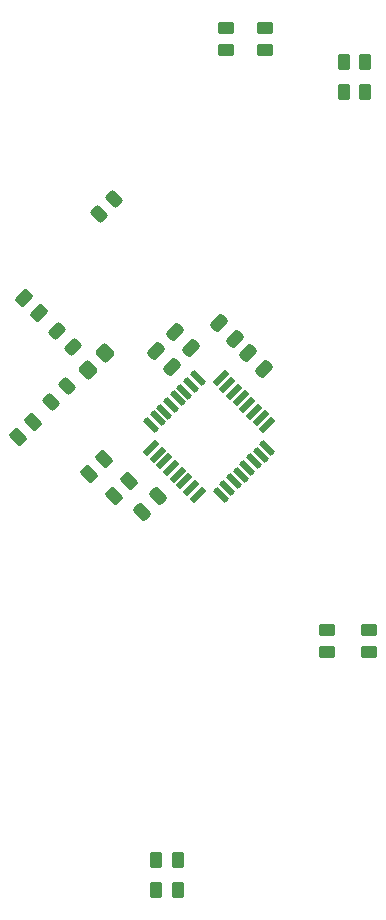
<source format=gbr>
%TF.GenerationSoftware,KiCad,Pcbnew,8.0.1*%
%TF.CreationDate,2024-05-30T23:21:13+02:00*%
%TF.ProjectId,minisumo_pcb,6d696e69-7375-46d6-9f5f-7063622e6b69,rev?*%
%TF.SameCoordinates,Original*%
%TF.FileFunction,Paste,Top*%
%TF.FilePolarity,Positive*%
%FSLAX46Y46*%
G04 Gerber Fmt 4.6, Leading zero omitted, Abs format (unit mm)*
G04 Created by KiCad (PCBNEW 8.0.1) date 2024-05-30 23:21:13*
%MOMM*%
%LPD*%
G01*
G04 APERTURE LIST*
G04 Aperture macros list*
%AMRoundRect*
0 Rectangle with rounded corners*
0 $1 Rounding radius*
0 $2 $3 $4 $5 $6 $7 $8 $9 X,Y pos of 4 corners*
0 Add a 4 corners polygon primitive as box body*
4,1,4,$2,$3,$4,$5,$6,$7,$8,$9,$2,$3,0*
0 Add four circle primitives for the rounded corners*
1,1,$1+$1,$2,$3*
1,1,$1+$1,$4,$5*
1,1,$1+$1,$6,$7*
1,1,$1+$1,$8,$9*
0 Add four rect primitives between the rounded corners*
20,1,$1+$1,$2,$3,$4,$5,0*
20,1,$1+$1,$4,$5,$6,$7,0*
20,1,$1+$1,$6,$7,$8,$9,0*
20,1,$1+$1,$8,$9,$2,$3,0*%
G04 Aperture macros list end*
%ADD10RoundRect,0.243750X-0.150260X0.494975X-0.494975X0.150260X0.150260X-0.494975X0.494975X-0.150260X0*%
%ADD11RoundRect,0.250000X-0.450000X0.262500X-0.450000X-0.262500X0.450000X-0.262500X0.450000X0.262500X0*%
%ADD12RoundRect,0.250000X0.450000X-0.262500X0.450000X0.262500X-0.450000X0.262500X-0.450000X-0.262500X0*%
%ADD13RoundRect,0.250000X0.262500X0.450000X-0.262500X0.450000X-0.262500X-0.450000X0.262500X-0.450000X0*%
%ADD14RoundRect,0.250000X0.132583X-0.503814X0.503814X-0.132583X-0.132583X0.503814X-0.503814X0.132583X0*%
%ADD15RoundRect,0.099000X-0.325269X0.574171X-0.574171X0.325269X0.325269X-0.574171X0.574171X-0.325269X0*%
%ADD16RoundRect,0.038500X0.325269X0.659731X-0.659731X-0.325269X-0.325269X-0.659731X0.659731X0.325269X0*%
%ADD17RoundRect,0.243750X0.494975X0.150260X0.150260X0.494975X-0.494975X-0.150260X-0.150260X-0.494975X0*%
%ADD18RoundRect,0.250000X0.070711X-0.565685X0.565685X-0.070711X-0.070711X0.565685X-0.565685X0.070711X0*%
%ADD19RoundRect,0.250000X0.512652X0.159099X0.159099X0.512652X-0.512652X-0.159099X-0.159099X-0.512652X0*%
%ADD20RoundRect,0.250000X-0.159099X0.512652X-0.512652X0.159099X0.159099X-0.512652X0.512652X-0.159099X0*%
%ADD21RoundRect,0.250000X-0.132583X0.503814X-0.503814X0.132583X0.132583X-0.503814X0.503814X-0.132583X0*%
%ADD22RoundRect,0.250000X-0.262500X-0.450000X0.262500X-0.450000X0.262500X0.450000X-0.262500X0.450000X0*%
%ADD23RoundRect,0.243750X0.150260X-0.494975X0.494975X-0.150260X-0.150260X0.494975X-0.494975X0.150260X0*%
%ADD24RoundRect,0.250000X-0.503814X-0.132583X-0.132583X-0.503814X0.503814X0.132583X0.132583X0.503814X0*%
%ADD25RoundRect,0.250000X-0.512652X-0.159099X-0.159099X-0.512652X0.512652X0.159099X0.159099X0.512652X0*%
G04 APERTURE END LIST*
D10*
%TO.C,MISO1*%
X114921709Y-101856129D03*
X116247535Y-100530303D03*
%TD*%
D11*
%TO.C,R2*%
X133002178Y-72042177D03*
X133002178Y-70217177D03*
%TD*%
D12*
%TO.C,R9*%
X141815001Y-121157500D03*
X141815001Y-122982500D03*
%TD*%
D13*
%TO.C,R6*%
X139657498Y-73025000D03*
X141482498Y-73025000D03*
%TD*%
D14*
%TO.C,R5*%
X113392770Y-103547981D03*
X112102300Y-104838451D03*
%TD*%
D11*
%TO.C,R10*%
X138285000Y-122982500D03*
X138285000Y-121157500D03*
%TD*%
D15*
%TO.C,uC1*%
X133198534Y-105743736D03*
X132632849Y-106309422D03*
X132067163Y-106875107D03*
X131501478Y-107440793D03*
X130935793Y-108006478D03*
X130370107Y-108572163D03*
X129804422Y-109137849D03*
X129238736Y-109703534D03*
D16*
X127301264Y-109703534D03*
X126735578Y-109137849D03*
X126169893Y-108572163D03*
X125604207Y-108006478D03*
X125038522Y-107440793D03*
X124472837Y-106875107D03*
X123907151Y-106309422D03*
X123341466Y-105743736D03*
D15*
X123341466Y-103806264D03*
X123907151Y-103240578D03*
X124472837Y-102674893D03*
X125038522Y-102109207D03*
X125604207Y-101543522D03*
X126169893Y-100977837D03*
X126735578Y-100412151D03*
X127301264Y-99846466D03*
D16*
X129238736Y-99846466D03*
X129804422Y-100412151D03*
X130370107Y-100977837D03*
X130935793Y-101543522D03*
X131501478Y-102109207D03*
X132067163Y-102674893D03*
X132632849Y-103240578D03*
X133198534Y-103806264D03*
%TD*%
D11*
%TO.C,R1*%
X129742582Y-72022823D03*
X129742582Y-70197823D03*
%TD*%
D17*
%TO.C,MOSI1*%
X115421709Y-95867390D03*
X116747535Y-97193216D03*
%TD*%
D18*
%TO.C,R47*%
X119452107Y-97717893D03*
X118037893Y-99132107D03*
%TD*%
D19*
%TO.C,C25*%
X123798249Y-97503249D03*
X125141751Y-98846751D03*
%TD*%
D20*
%TO.C,C24*%
X122598248Y-111146752D03*
X123941750Y-109803250D03*
%TD*%
D21*
%TO.C,R15*%
X120234575Y-109823868D03*
X121525045Y-108533398D03*
%TD*%
D22*
%TO.C,R3*%
X141481195Y-75565000D03*
X139656195Y-75565000D03*
%TD*%
D23*
%TO.C,+5V1*%
X120262913Y-84637087D03*
X118937087Y-85962913D03*
%TD*%
D22*
%TO.C,R11*%
X125620035Y-143153216D03*
X123795035Y-143153216D03*
%TD*%
D14*
%TO.C,R16*%
X119390235Y-106669765D03*
X118099765Y-107960235D03*
%TD*%
D19*
%TO.C,C26*%
X125398248Y-95903248D03*
X126741750Y-97246750D03*
%TD*%
D24*
%TO.C,R4*%
X113892770Y-94338451D03*
X112602300Y-93047981D03*
%TD*%
D19*
%TO.C,C1*%
X129098249Y-95203249D03*
X130441751Y-96546751D03*
%TD*%
D13*
%TO.C,R12*%
X123795035Y-140653216D03*
X125620035Y-140653216D03*
%TD*%
D25*
%TO.C,C2*%
X132941751Y-99046751D03*
X131598249Y-97703249D03*
%TD*%
M02*

</source>
